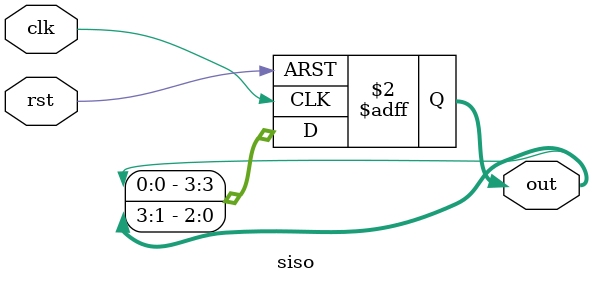
<source format=v>
`timescale 1ns / 1ps



    module siso(out, clk, rst);
      input clk, rst;
      output reg [3:0] out;
      
    always @(posedge (clk), posedge (rst))
      begin
        if (rst)
          out = 4'b1000;
        else
          out = {out[0],out[3:1]};
      end
    endmodule


</source>
